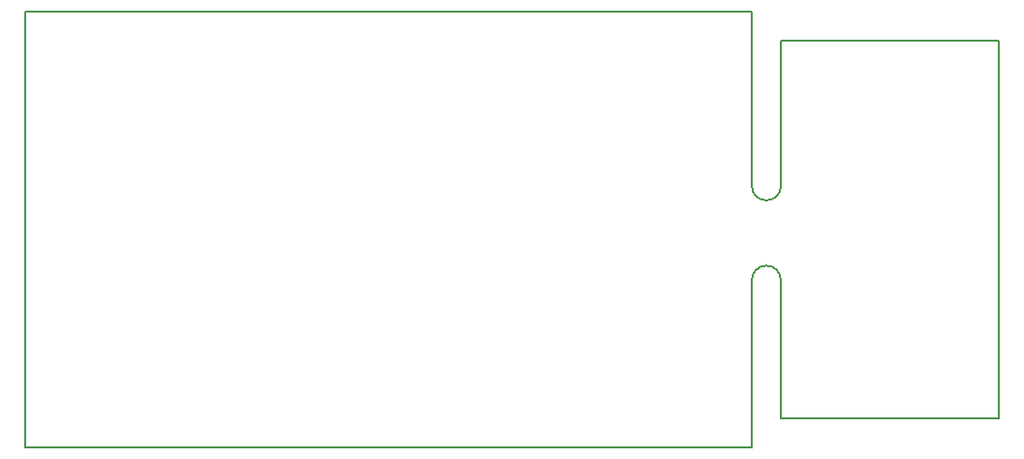
<source format=gm1>
G04 #@! TF.GenerationSoftware,KiCad,Pcbnew,(5.99.0-273-g43768b71c)*
G04 #@! TF.CreationDate,2019-11-20T15:23:38-05:00*
G04 #@! TF.ProjectId,Plasma_Pilot3,506c6173-6d61-45f5-9069-6c6f74332e6b,rev?*
G04 #@! TF.SameCoordinates,Original*
G04 #@! TF.FileFunction,Profile,NP*
%FSLAX46Y46*%
G04 Gerber Fmt 4.6, Leading zero omitted, Abs format (unit mm)*
G04 Created by KiCad (PCBNEW (5.99.0-273-g43768b71c)) date 2019-11-20 15:23:38*
%MOMM*%
%LPD*%
G04 APERTURE LIST*
%ADD10C,0.150000*%
G04 APERTURE END LIST*
D10*
X182880000Y-99695000D02*
G75*
G03X185420000Y-99695000I1270000J0D01*
G01*
X184150000Y-106680000D02*
G75*
G03X182880000Y-107950000I0J-1270000D01*
G01*
X185420000Y-107950000D02*
G75*
G03X184150000Y-106680000I-1270000J0D01*
G01*
X182880000Y-99695000D02*
X182880000Y-84455000D01*
X182880000Y-122555000D02*
X182880000Y-107950000D01*
X204470000Y-120015000D02*
X185420000Y-120015000D01*
X204470000Y-86995000D02*
X204470000Y-120015000D01*
X185420000Y-86995000D02*
X204470000Y-86995000D01*
X185420000Y-99695000D02*
X185420000Y-86995000D01*
X185420000Y-120015000D02*
X185420000Y-107950000D01*
X119380000Y-122555000D02*
X119380000Y-84455000D01*
X182880000Y-122555000D02*
X119380000Y-122555000D01*
X182880000Y-84455000D02*
X119380000Y-84455000D01*
M02*

</source>
